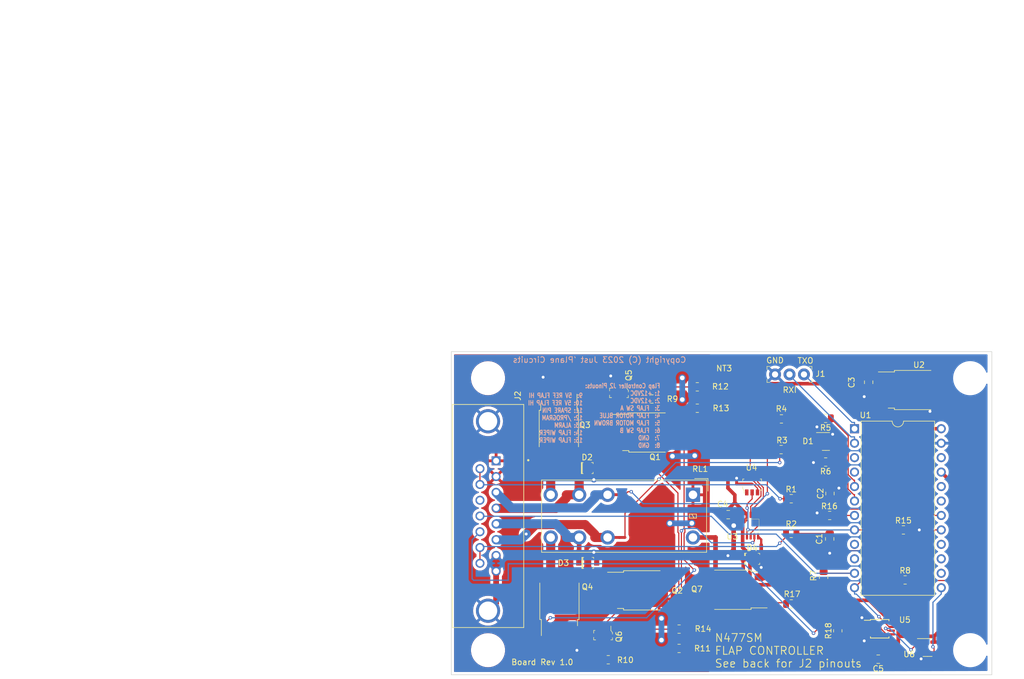
<source format=kicad_pcb>
(kicad_pcb (version 20221018) (generator pcbnew)

  (general
    (thickness 1.6)
  )

  (paper "A4")
  (layers
    (0 "F.Cu" signal)
    (31 "B.Cu" signal)
    (32 "B.Adhes" user "B.Adhesive")
    (33 "F.Adhes" user "F.Adhesive")
    (34 "B.Paste" user)
    (35 "F.Paste" user)
    (36 "B.SilkS" user "B.Silkscreen")
    (37 "F.SilkS" user "F.Silkscreen")
    (38 "B.Mask" user)
    (39 "F.Mask" user)
    (40 "Dwgs.User" user "User.Drawings")
    (41 "Cmts.User" user "User.Comments")
    (42 "Eco1.User" user "User.Eco1")
    (43 "Eco2.User" user "User.Eco2")
    (44 "Edge.Cuts" user)
    (45 "Margin" user)
    (46 "B.CrtYd" user "B.Courtyard")
    (47 "F.CrtYd" user "F.Courtyard")
    (48 "B.Fab" user)
    (49 "F.Fab" user)
    (50 "User.1" user)
    (51 "User.2" user)
    (52 "User.3" user)
    (53 "User.4" user)
    (54 "User.5" user)
    (55 "User.6" user)
    (56 "User.7" user)
    (57 "User.8" user)
    (58 "User.9" user)
  )

  (setup
    (stackup
      (layer "F.SilkS" (type "Top Silk Screen"))
      (layer "F.Paste" (type "Top Solder Paste"))
      (layer "F.Mask" (type "Top Solder Mask") (thickness 0.01))
      (layer "F.Cu" (type "copper") (thickness 0.035))
      (layer "dielectric 1" (type "core") (thickness 1.51) (material "FR4") (epsilon_r 4.5) (loss_tangent 0.02))
      (layer "B.Cu" (type "copper") (thickness 0.035))
      (layer "B.Mask" (type "Bottom Solder Mask") (thickness 0.01))
      (layer "B.Paste" (type "Bottom Solder Paste"))
      (layer "B.SilkS" (type "Bottom Silk Screen"))
      (copper_finish "None")
      (dielectric_constraints no)
    )
    (pad_to_mask_clearance 0)
    (aux_axis_origin 76.3524 115.7732)
    (pcbplotparams
      (layerselection 0x00010f8_ffffffff)
      (plot_on_all_layers_selection 0x0000000_00000000)
      (disableapertmacros false)
      (usegerberextensions false)
      (usegerberattributes true)
      (usegerberadvancedattributes true)
      (creategerberjobfile true)
      (dashed_line_dash_ratio 12.000000)
      (dashed_line_gap_ratio 3.000000)
      (svgprecision 6)
      (plotframeref false)
      (viasonmask false)
      (mode 1)
      (useauxorigin false)
      (hpglpennumber 1)
      (hpglpenspeed 20)
      (hpglpendiameter 15.000000)
      (dxfpolygonmode true)
      (dxfimperialunits true)
      (dxfusepcbnewfont true)
      (psnegative false)
      (psa4output false)
      (plotreference true)
      (plotvalue true)
      (plotinvisibletext false)
      (sketchpadsonfab false)
      (subtractmaskfromsilk false)
      (outputformat 1)
      (mirror false)
      (drillshape 0)
      (scaleselection 1)
      (outputdirectory "Rev 1.0 Gerbers/")
    )
  )

  (net 0 "")
  (net 1 "Net-(U1-A0)")
  (net 2 "GND")
  (net 3 "Net-(U1-A1)")
  (net 4 "/+12V")
  (net 5 "Net-(U1-2)")
  (net 6 "Net-(U1-3)")
  (net 7 "/FLAP MOTOR BLUE")
  (net 8 "/FLAP MOTOR BROWN")
  (net 9 "/CLOSE RELAY")
  (net 10 "/FLAPS UP+")
  (net 11 "/FLAPS DOWN+")
  (net 12 "Net-(Q1-G)")
  (net 13 "Net-(Q2-G)")
  (net 14 "/5V REF FLAP HI")
  (net 15 "/SIGNAL{slash}POT WIPER")
  (net 16 "/FLAP SW B")
  (net 17 "/FLAP SW A")
  (net 18 "/FLAP MOTOR UP")
  (net 19 "/FLAP MOTOR DOWN")
  (net 20 "Net-(Q5-B)")
  (net 21 "/ALARM")
  (net 22 "Net-(Q6-B)")
  (net 23 "Net-(Q7-G)")
  (net 24 "Net-(U1-4)")
  (net 25 "Net-(Q3-G)")
  (net 26 "unconnected-(U1-RST-Pad3)")
  (net 27 "/{slash}PROGRAM")
  (net 28 "/PET_DOG")
  (net 29 "unconnected-(U1-GND-Pad4)")
  (net 30 "Net-(U1-5)")
  (net 31 "unconnected-(U1-6-Pad9)")
  (net 32 "unconnected-(U1-7-Pad10)")
  (net 33 "Net-(U1-9)")
  (net 34 "VCC")
  (net 35 "unconnected-(U1-11-Pad14)")
  (net 36 "unconnected-(U1-12-Pad15)")
  (net 37 "unconnected-(U1-13-Pad16)")
  (net 38 "unconnected-(U1-A2-Pad19)")
  (net 39 "unconnected-(U1-A3-Pad20)")
  (net 40 "unconnected-(U1-RST-Pad22)")
  (net 41 "unconnected-(U4-NC-Pad1)")
  (net 42 "/REGULATOR +12V")
  (net 43 "Net-(NT2-Pad2)")
  (net 44 "Net-(U4-Y)")
  (net 45 "Net-(Q4-G)")
  (net 46 "/+6VDC")
  (net 47 "Net-(U5-~{Q})")
  (net 48 "Net-(NT1-Pad2)")
  (net 49 "Net-(U5-~{RD})")
  (net 50 "Net-(U5-Q)")
  (net 51 "unconnected-(J2-P111-Pad11)")
  (net 52 "/TXO")
  (net 53 "/RXI")

  (footprint "Resistor_SMD:R_0805_2012Metric" (layer "F.Cu") (at 155.9052 90.2716))

  (footprint "digikey-footprints:SOD-123" (layer "F.Cu") (at 100.4316 96.0628))

  (footprint "Resistor_SMD:R_0805_2012Metric" (layer "F.Cu") (at 144.3755 108.0008 90))

  (footprint "CFLibrary:MountingHole_3.2mm_M3" (layer "F.Cu") (at 167.64 111.4044))

  (footprint "CFLibrary:MountingHole_3.2mm_M3" (layer "F.Cu") (at 82.9056 111.4044))

  (footprint "Resistor_SMD:R_0805_2012Metric" (layer "F.Cu") (at 119.6848 68.8848 180))

  (footprint "Relay_THT:Relay_DPDT_Omron_G2RL" (layer "F.Cu") (at 118.9207 84.0949 180))

  (footprint "Resistor_SMD:R_0805_2012Metric" (layer "F.Cu") (at 136.1948 84.7852))

  (footprint "Capacitor_SMD:C_0805_2012Metric" (layer "F.Cu") (at 125.1204 87.5792))

  (footprint "Capacitor_SMD:C_0805_2012Metric" (layer "F.Cu") (at 149.7981 64.3148 -90))

  (footprint "Resistor_SMD:R_0805_2012Metric" (layer "F.Cu") (at 136.1967 103.2764 180))

  (footprint "Resistor_SMD:R_0805_2012Metric" (layer "F.Cu") (at 142.2419 78.3336 180))

  (footprint "Capacitor_SMD:C_0805_2012Metric" (layer "F.Cu") (at 142.9512 91.8464 -90))

  (footprint "Package_TO_SOT_SMD:TO-252-2" (layer "F.Cu") (at 157.64 65.6844))

  (footprint "Resistor_SMD:R_0805_2012Metric" (layer "F.Cu") (at 142.24 70.6628 180))

  (footprint "Package_SO:TSSOP-8_3x3mm_P0.65mm" (layer "F.Cu") (at 151.7396 107.6452))

  (footprint "NetTie:NetTie-2_SMD_Pad0.5mm" (layer "F.Cu") (at 124.4489 63.3496 180))

  (footprint "Resistor_SMD:R_0805_2012Metric" (layer "F.Cu") (at 136.1948 90.8812))

  (footprint "Package_TO_SOT_SMD:TO-252-2" (layer "F.Cu") (at 125.8216 100.7872 180))

  (footprint "Package_TO_SOT_SMD:SOT-23-5" (layer "F.Cu") (at 160.1525 110.932))

  (footprint "Resistor_SMD:R_0805_2012Metric" (layer "F.Cu") (at 134.4168 76.1492))

  (footprint "CFLibrary:MountingHole_3.2mm_M3" (layer "F.Cu") (at 167.64 63.6016))

  (footprint "Resistor_SMD:R_0805_2012Metric" (layer "F.Cu") (at 142.9512 87.7316 180))

  (footprint "Resistor_SMD:R_0805_2012Metric" (layer "F.Cu") (at 141.8844 98.6009 -90))

  (footprint "digikey-footprints:SOD-123" (layer "F.Cu") (at 129.3368 95.3516))

  (footprint "Package_TO_SOT_SMD:TO-252-2" (layer "F.Cu") (at 110.9572 73.152))

  (footprint "Package_TO_SOT_SMD:TO-252-2" (layer "F.Cu") (at 110.0428 100.8888))

  (footprint "digikey-footprints:SOT-23-3" (layer "F.Cu") (at 105.918 66.1924 -90))

  (footprint "digikey-footprints:SOD-123" (layer "F.Cu") (at 100.33 79.4004))

  (footprint "digikey-footprints:SOT-23-3" (layer "F.Cu") (at 103.124 108.7628 -90))

  (footprint "Resistor_SMD:R_0805_2012Metric" (layer "F.Cu") (at 111.7092 67.2592 180))

  (footprint "Capacitor_SMD:C_0805_2012Metric" (layer "F.Cu") (at 151.4856 112.9792 180))

  (footprint "Package_TO_SOT_SMD:TO-252-2" (layer "F.Cu") (at 95.3516 72.5524 -90))

  (footprint "Package_DIP:DIP-24_W15.24mm" (layer "F.Cu") (at 147.315 72.4866))

  (footprint "Resistor_SMD:R_0805_2012Metric" (layer "F.Cu") (at 116.4844 107.696 180))

  (footprint "Package_TO_SOT_SMD:SOT-23" (layer "F.Cu") (at 142.2908 74.7268))

  (footprint "Resistor_SMD:R_0805_2012Metric" (layer "F.Cu") (at 156.21 99.06))

  (footprint "CFLibrary:MountingHole_3.2mm_M3" (layer "F.Cu") (at 82.9056 63.6016))

  (footprint "Resistor_SMD:R_0805_2012Metric" (layer "F.Cu") (at 119.6848 65.1256 180))

  (footprint "digikey-footprints:PinHeader_1x3_P2.54_Drill1.1mm" (layer "F.Cu") (at 138.43 62.9412 180))

  (footprint "NetTie:NetTie-2_SMD_Pad0.5mm" (layer "F.Cu") (at 106.4768 84.074))

  (footprint "Package_TO_SOT_SMD:TO-252-2" (layer "F.Cu") (at 95.4532 102.7076 90))

  (footprint "Capacitor_SMD:C_0805_2012Metric" (layer "F.Cu") (at 143.002 83.8708 90))

  (footprint "Resistor_SMD:R_0805_2012Metric" (layer "F.Cu") (at 134.4676 70.7644))

  (footprint "digikey-footprints:SOT-753" (layer "F.Cu") (at 129.3216 82.3252))

  (footprint "NetTie:NetTie-2_SMD_Pad0.5mm" (layer "F.Cu") (at 106.4768 91.5924))

  (footprint "L717TSAH15POL2RM8:AMPHENOL_L717TSAH15POL2RM8" (layer "F.Cu") (at 82.908 87.8198 -90))

  (footprint "Resistor_SMD:R_0805_2012Metric" (layer "F.Cu")
    (tstamp ebd080a8-4532-411c-b4b8-97611ac8a5bb)
    (at 104.0384 113.0808 180)
    (descr "Resistor SMD 0805 (2012 Metric), square (rectangular) end terminal, IPC_7351 nominal, (Body size source: IPC-SM-782 page 72, https://www.pcb-3d.com/wordpress/wp-content/uploads/ipc-sm-782a_amendment_1_and_2.pdf), generated with kicad-footprint-generator")
    (tags "resistor")
    (property "Sheetfile" "Flap Controller.kicad_sch")
    (property "Sheetname" "")
    (property "ki_description" "Resistor, small US symbol")
    (property "ki_keywords" "r resistor")
    (path "/f1f043ac-a367-40f0-bc40-e7fd65c66ce1")
    (attr smd)
    (fp_text reference "R10" (at -2.9972 -0.0508) (layer "F.SilkS")
        (effects (font (size 1 1) (thickness 0.15)))
      (tstamp 2ee43622-9ca9-412e-ab09-901e5f2294c6)
    )
    (fp_text value "4.7K" (at 3.6068 0) (layer "F.Fab")
        (effects (font (size 1 1) (thickness 0.15)))
      (tstamp 0d4e57a5-5bca-4637-8d08-6c15025c541f)
    )
    (fp_text user "${REFERENCE}" (at 0 0) (layer "F.Fab")
        (effects (font (size 0.5 0.5) (thickness 0.08)))
      (tstamp 7753fe8b-e94a-432b-bb37-767adf10b4b2)
    )
    (fp_line (start -0.227064 -0.735) (end 0.227064 -0.735)
      (stroke (width 0.12) (type solid)) (layer "F.SilkS") (tstamp d090fa36-1e1d-4380-b9aa-e8415598af5c))
    (fp_line (start -0.227064 0.735) (end 0.227064 0.735)
      (stroke (width 0.12) (type solid)) (layer "F.SilkS") (tstamp 9f5caad5-44e4-4706-b3fa-87d31ed44eb4))
    (fp_line (start -1.68 -0.95) (end 1.68 -0.95)
      (stroke (width 0.05) (type solid)) (layer "F.CrtYd") (tstamp 6f630310-d6ec-4e83-9c64-4c6375d7bf07))
    (fp_line (start -1.68 0.95) (end -1.68 -0.95)
      (stroke (width 0.05) (type solid)) (layer "F.CrtYd") (tstamp 9b919316-32e7-4bba-856e-2b6e63b43852))
    (fp_line (start 1.68 -0.95) (end 1.68 0.95)
      (stroke (width 0.05) (type solid)) (layer "F.CrtYd") (tstamp 5b5dccc1-2bf1-4a9a-b041-dec2b540a6a5))
    (fp_line (start 1.68 0.95) (end -1.68 0.95)
      (stroke (width 0
... [330740 chars truncated]
</source>
